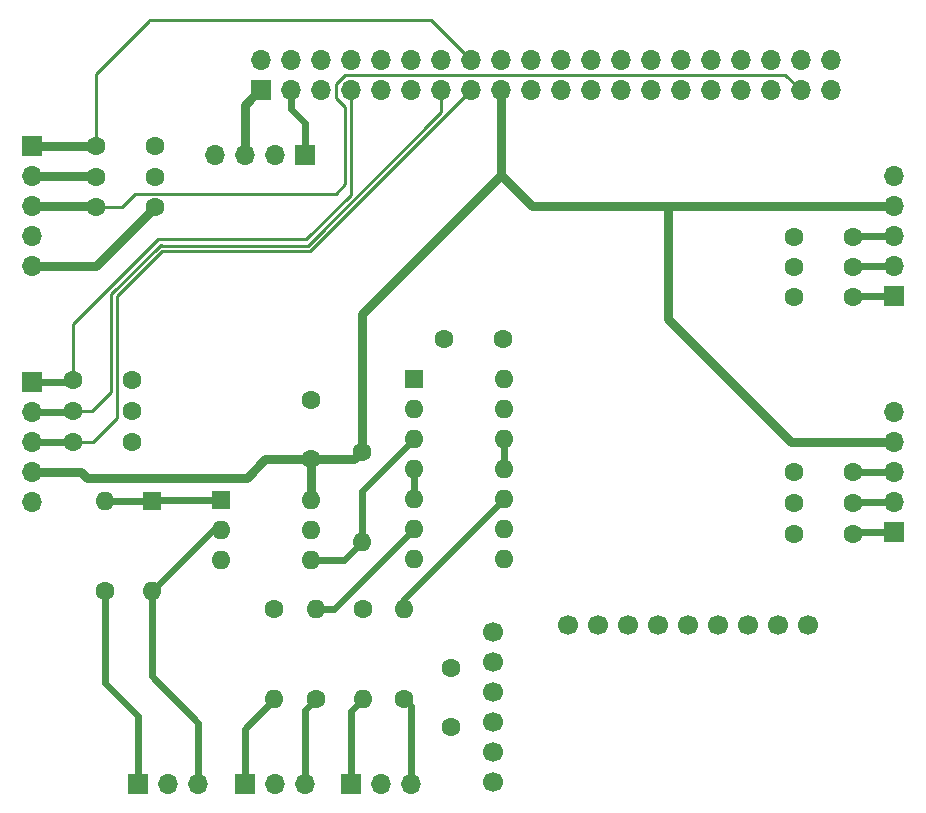
<source format=gtl>
G04 #@! TF.GenerationSoftware,KiCad,Pcbnew,(6.0.5)*
G04 #@! TF.CreationDate,2022-09-01T21:04:14+01:00*
G04 #@! TF.ProjectId,Rpi-Zynthian-IOBoard,5270692d-5a79-46e7-9468-69616e2d494f,rev?*
G04 #@! TF.SameCoordinates,Original*
G04 #@! TF.FileFunction,Copper,L1,Top*
G04 #@! TF.FilePolarity,Positive*
%FSLAX46Y46*%
G04 Gerber Fmt 4.6, Leading zero omitted, Abs format (unit mm)*
G04 Created by KiCad (PCBNEW (6.0.5)) date 2022-09-01 21:04:14*
%MOMM*%
%LPD*%
G01*
G04 APERTURE LIST*
G04 #@! TA.AperFunction,ComponentPad*
%ADD10C,1.600000*%
G04 #@! TD*
G04 #@! TA.AperFunction,ComponentPad*
%ADD11R,1.700000X1.700000*%
G04 #@! TD*
G04 #@! TA.AperFunction,ComponentPad*
%ADD12O,1.700000X1.700000*%
G04 #@! TD*
G04 #@! TA.AperFunction,ComponentPad*
%ADD13O,1.600000X1.600000*%
G04 #@! TD*
G04 #@! TA.AperFunction,ComponentPad*
%ADD14C,1.700000*%
G04 #@! TD*
G04 #@! TA.AperFunction,ComponentPad*
%ADD15R,1.600000X1.600000*%
G04 #@! TD*
G04 #@! TA.AperFunction,Conductor*
%ADD16C,0.800000*%
G04 #@! TD*
G04 #@! TA.AperFunction,Conductor*
%ADD17C,0.600000*%
G04 #@! TD*
G04 #@! TA.AperFunction,Conductor*
%ADD18C,0.254000*%
G04 #@! TD*
G04 APERTURE END LIST*
D10*
X166500000Y-80270000D03*
X171500000Y-80270000D03*
D11*
X175000000Y-82700000D03*
D12*
X175000000Y-80160000D03*
X175000000Y-77620000D03*
X175000000Y-75080000D03*
X175000000Y-72540000D03*
D10*
X129900000Y-95950000D03*
D13*
X129900000Y-103570000D03*
D10*
X166500000Y-100220000D03*
X171500000Y-100220000D03*
X108150000Y-107690000D03*
D13*
X108150000Y-100070000D03*
D11*
X111000000Y-124000000D03*
D12*
X113540000Y-124000000D03*
X116080000Y-124000000D03*
D10*
X122504200Y-109220000D03*
D13*
X122504200Y-116840000D03*
D10*
X166500000Y-82820000D03*
X171500000Y-82820000D03*
X130004200Y-109220000D03*
D13*
X130004200Y-116840000D03*
D10*
X112420000Y-70010000D03*
X107420000Y-70010000D03*
D11*
X102000000Y-90000000D03*
D12*
X102000000Y-92540000D03*
X102000000Y-95080000D03*
X102000000Y-97620000D03*
X102000000Y-100160000D03*
D10*
X112420000Y-75180000D03*
X107420000Y-75180000D03*
D11*
X175000000Y-102700000D03*
D12*
X175000000Y-100160000D03*
X175000000Y-97620000D03*
X175000000Y-95080000D03*
X175000000Y-92540000D03*
D10*
X125640000Y-96560000D03*
X125640000Y-91560000D03*
D11*
X120000000Y-124000000D03*
D12*
X122540000Y-124000000D03*
X125080000Y-124000000D03*
D11*
X129000000Y-124000000D03*
D12*
X131540000Y-124000000D03*
X134080000Y-124000000D03*
D10*
X110500000Y-95090000D03*
X105500000Y-95090000D03*
X126004200Y-116840000D03*
D13*
X126004200Y-109220000D03*
D10*
X110500000Y-92460000D03*
X105500000Y-92460000D03*
D14*
X141015000Y-111180000D03*
X141015000Y-113720000D03*
X141015000Y-116260000D03*
X141015000Y-118800000D03*
X141015000Y-121340000D03*
X141015000Y-123880000D03*
X167685000Y-110545000D03*
X165145000Y-110545000D03*
X162605000Y-110545000D03*
X160065000Y-110545000D03*
X157525000Y-110545000D03*
X154985000Y-110545000D03*
X152445000Y-110545000D03*
X149905000Y-110545000D03*
X147365000Y-110545000D03*
D10*
X133504200Y-116840000D03*
D13*
X133504200Y-109220000D03*
D10*
X137460000Y-119180000D03*
X137460000Y-114180000D03*
X110500000Y-89830000D03*
X105500000Y-89830000D03*
X112420000Y-72610000D03*
X107420000Y-72610000D03*
X166500000Y-102830000D03*
X171500000Y-102830000D03*
X166500000Y-97610000D03*
X171500000Y-97610000D03*
D15*
X118000000Y-100000000D03*
D13*
X118000000Y-102540000D03*
X118000000Y-105080000D03*
X125620000Y-105080000D03*
X125620000Y-102540000D03*
X125620000Y-100000000D03*
D15*
X112150000Y-100070000D03*
D13*
X112150000Y-107690000D03*
D10*
X141880000Y-86365000D03*
X136880000Y-86365000D03*
X166500000Y-77710000D03*
X171500000Y-77710000D03*
D15*
X134310000Y-89755000D03*
D13*
X134310000Y-92295000D03*
X134310000Y-94835000D03*
X134310000Y-97375000D03*
X134310000Y-99915000D03*
X134310000Y-102455000D03*
X134310000Y-104995000D03*
X141930000Y-104995000D03*
X141930000Y-102455000D03*
X141930000Y-99915000D03*
X141930000Y-97375000D03*
X141930000Y-94835000D03*
X141930000Y-92295000D03*
X141930000Y-89755000D03*
D11*
X102000000Y-70000000D03*
D12*
X102000000Y-72540000D03*
X102000000Y-75080000D03*
X102000000Y-77620000D03*
X102000000Y-80160000D03*
D11*
X125085000Y-70815200D03*
D12*
X122545000Y-70815200D03*
X120005000Y-70815200D03*
X117465000Y-70815200D03*
D11*
X121350000Y-65300000D03*
D12*
X121350000Y-62760000D03*
X123890000Y-65300000D03*
X123890000Y-62760000D03*
X126430000Y-65300000D03*
X126430000Y-62760000D03*
X128970000Y-65300000D03*
X128970000Y-62760000D03*
X131510000Y-65300000D03*
X131510000Y-62760000D03*
X134050000Y-65300000D03*
X134050000Y-62760000D03*
X136590000Y-65300000D03*
X136590000Y-62760000D03*
X139130000Y-65300000D03*
X139130000Y-62760000D03*
X141670000Y-65300000D03*
X141670000Y-62760000D03*
X144210000Y-65300000D03*
X144210000Y-62760000D03*
X146750000Y-65300000D03*
X146750000Y-62760000D03*
X149290000Y-65300000D03*
X149290000Y-62760000D03*
X151830000Y-65300000D03*
X151830000Y-62760000D03*
X154370000Y-65300000D03*
X154370000Y-62760000D03*
X156910000Y-65300000D03*
X156910000Y-62760000D03*
X159450000Y-65300000D03*
X159450000Y-62760000D03*
X161990000Y-65300000D03*
X161990000Y-62760000D03*
X164530000Y-65300000D03*
X164530000Y-62760000D03*
X167070000Y-65300000D03*
X167070000Y-62760000D03*
X169610000Y-65300000D03*
X169610000Y-62760000D03*
D16*
X125640000Y-96560000D02*
X129290000Y-96560000D01*
X155860000Y-75080000D02*
X155860000Y-84670000D01*
X106629200Y-98094800D02*
X120175200Y-98094800D01*
X141670000Y-72450000D02*
X144300000Y-75080000D01*
X121237600Y-65300000D02*
X120005000Y-66532600D01*
X144390000Y-75080000D02*
X155860000Y-75080000D01*
X120175200Y-98094800D02*
X121710000Y-96560000D01*
X121350000Y-65300000D02*
X121237600Y-65300000D01*
X121710000Y-96560000D02*
X125640000Y-96560000D01*
X155860000Y-84670000D02*
X166270000Y-95080000D01*
X144300000Y-75080000D02*
X144390000Y-75080000D01*
X129900000Y-84220000D02*
X141670000Y-72450000D01*
X129900000Y-95950000D02*
X129900000Y-84220000D01*
X129290000Y-96560000D02*
X129900000Y-95950000D01*
X166270000Y-95080000D02*
X175000000Y-95080000D01*
X155860000Y-75080000D02*
X175000000Y-75080000D01*
X102000000Y-97620000D02*
X106154400Y-97620000D01*
X141670000Y-72450000D02*
X141670000Y-65300000D01*
X106154400Y-97620000D02*
X106629200Y-98094800D01*
X120005000Y-66532600D02*
X120005000Y-70815200D01*
X125640000Y-96560000D02*
X125640000Y-99980000D01*
X102000000Y-80160000D02*
X107440000Y-80160000D01*
X107440000Y-80160000D02*
X112420000Y-75180000D01*
D17*
X125095000Y-68072000D02*
X125085000Y-68082000D01*
X123890000Y-66867000D02*
X125095000Y-68072000D01*
X123890000Y-65300000D02*
X123890000Y-66867000D01*
X125085000Y-68082000D02*
X125085000Y-70815200D01*
X125620000Y-105080000D02*
X128390000Y-105080000D01*
X129900000Y-99245000D02*
X134310000Y-94835000D01*
X128390000Y-105080000D02*
X129900000Y-103570000D01*
X129900000Y-103570000D02*
X129900000Y-99245000D01*
D18*
X109290000Y-62050000D02*
X109300000Y-62050000D01*
X135760000Y-59390000D02*
X139130000Y-62760000D01*
X107420000Y-70010000D02*
X107420000Y-63920000D01*
X107420000Y-63920000D02*
X109290000Y-62050000D01*
X109300000Y-62050000D02*
X111920000Y-59430000D01*
X111920000Y-59430000D02*
X111920000Y-59390000D01*
D16*
X107410000Y-70000000D02*
X107420000Y-70010000D01*
X102000000Y-70000000D02*
X107410000Y-70000000D01*
D18*
X111920000Y-59390000D02*
X135760000Y-59390000D01*
X125216459Y-77930793D02*
X112619207Y-77930793D01*
X112619207Y-77930793D02*
X105500000Y-85050000D01*
D17*
X105330000Y-90000000D02*
X105500000Y-89830000D01*
D18*
X128983626Y-74163626D02*
X125216459Y-77930793D01*
X128970000Y-65300000D02*
X128970000Y-74150000D01*
D17*
X102000000Y-90000000D02*
X105330000Y-90000000D01*
D18*
X105500000Y-85050000D02*
X105500000Y-89830000D01*
X128970000Y-74150000D02*
X128983626Y-74163626D01*
D16*
X107350000Y-72540000D02*
X107420000Y-72610000D01*
X102000000Y-72540000D02*
X107350000Y-72540000D01*
D17*
X112150000Y-100070000D02*
X108150000Y-100070000D01*
X112220000Y-100000000D02*
X112150000Y-100070000D01*
X118000000Y-100000000D02*
X112220000Y-100000000D01*
X112150000Y-107690000D02*
X117300000Y-102540000D01*
X112150000Y-114920000D02*
X116080000Y-118850000D01*
X117300000Y-102540000D02*
X118000000Y-102540000D01*
X116080000Y-118850000D02*
X116080000Y-124000000D01*
X112150000Y-107690000D02*
X112150000Y-114920000D01*
D18*
X125328626Y-78460000D02*
X136624313Y-67164313D01*
X136590000Y-67130000D02*
X136590000Y-65300000D01*
X108716480Y-82552146D02*
X112884313Y-78384313D01*
X112960000Y-78460000D02*
X125328626Y-78460000D01*
X107080000Y-92460000D02*
X108716480Y-90823520D01*
X108716480Y-90823520D02*
X108716480Y-82552146D01*
D17*
X105420000Y-92540000D02*
X105500000Y-92460000D01*
D18*
X105500000Y-92460000D02*
X107080000Y-92460000D01*
X136624313Y-67164313D02*
X136590000Y-67130000D01*
D17*
X102000000Y-92540000D02*
X105420000Y-92540000D01*
D18*
X112884313Y-78384313D02*
X112960000Y-78460000D01*
X127724111Y-74053489D02*
X128516480Y-73261120D01*
X128516480Y-66746480D02*
X127730000Y-65960000D01*
X165760000Y-63990000D02*
X167070000Y-65300000D01*
X107420000Y-75180000D02*
X109590000Y-75180000D01*
X109590000Y-75180000D02*
X110716511Y-74053489D01*
D16*
X102000000Y-75080000D02*
X107320000Y-75080000D01*
D18*
X127730000Y-64760000D02*
X128210000Y-64280000D01*
D16*
X107320000Y-75080000D02*
X107420000Y-75180000D01*
D18*
X127730000Y-65960000D02*
X127730000Y-64760000D01*
X128500000Y-63990000D02*
X165760000Y-63990000D01*
X110716511Y-74053489D02*
X127724111Y-74053489D01*
X128210000Y-64280000D02*
X128430000Y-64060000D01*
X128366511Y-64123489D02*
X128210000Y-64280000D01*
X128500000Y-63990000D02*
X128210000Y-64280000D01*
X128430000Y-64060000D02*
X128500000Y-63990000D01*
X128516480Y-73261120D02*
X128516480Y-66746480D01*
X125490000Y-78940000D02*
X139130000Y-65300000D01*
D17*
X105490000Y-95080000D02*
X105500000Y-95090000D01*
D18*
X112970000Y-78940000D02*
X125490000Y-78940000D01*
X109170000Y-82740000D02*
X112970000Y-78940000D01*
X105500000Y-95090000D02*
X107160000Y-95090000D01*
X109170000Y-93080000D02*
X109170000Y-82740000D01*
X107160000Y-95090000D02*
X109170000Y-93080000D01*
D17*
X102000000Y-95080000D02*
X105490000Y-95080000D01*
X175000000Y-82700000D02*
X171620000Y-82700000D01*
X171620000Y-82700000D02*
X171500000Y-82820000D01*
X175000000Y-102700000D02*
X171630000Y-102700000D01*
X171630000Y-102700000D02*
X171500000Y-102830000D01*
X175000000Y-80160000D02*
X171610000Y-80160000D01*
X175000000Y-100160000D02*
X171560000Y-100160000D01*
X171560000Y-100160000D02*
X171500000Y-100220000D01*
X171590000Y-77620000D02*
X171500000Y-77710000D01*
X175000000Y-77620000D02*
X171590000Y-77620000D01*
X171510000Y-97620000D02*
X171500000Y-97610000D01*
X175000000Y-97620000D02*
X171510000Y-97620000D01*
X108150000Y-107690000D02*
X108150000Y-115450000D01*
X108150000Y-115450000D02*
X111000000Y-118300000D01*
X111000000Y-118300000D02*
X111000000Y-124000000D01*
X129000000Y-124000000D02*
X129000000Y-117844200D01*
X129000000Y-117844200D02*
X130004200Y-116840000D01*
X134080000Y-124000000D02*
X134080000Y-117415800D01*
X134080000Y-117415800D02*
X133504200Y-116840000D01*
X122504200Y-116840000D02*
X120000000Y-119344200D01*
X120000000Y-119344200D02*
X120000000Y-124000000D01*
X125080000Y-124000000D02*
X125080000Y-117764200D01*
X125080000Y-117764200D02*
X126004200Y-116840000D01*
X141930000Y-99915000D02*
X133504200Y-108340800D01*
X133504200Y-108340800D02*
X133504200Y-109220000D01*
X127545000Y-109220000D02*
X126004200Y-109220000D01*
X134310000Y-102455000D02*
X127545000Y-109220000D01*
X134310000Y-97375000D02*
X134310000Y-99915000D01*
X141930000Y-94835000D02*
X141930000Y-97375000D01*
M02*

</source>
